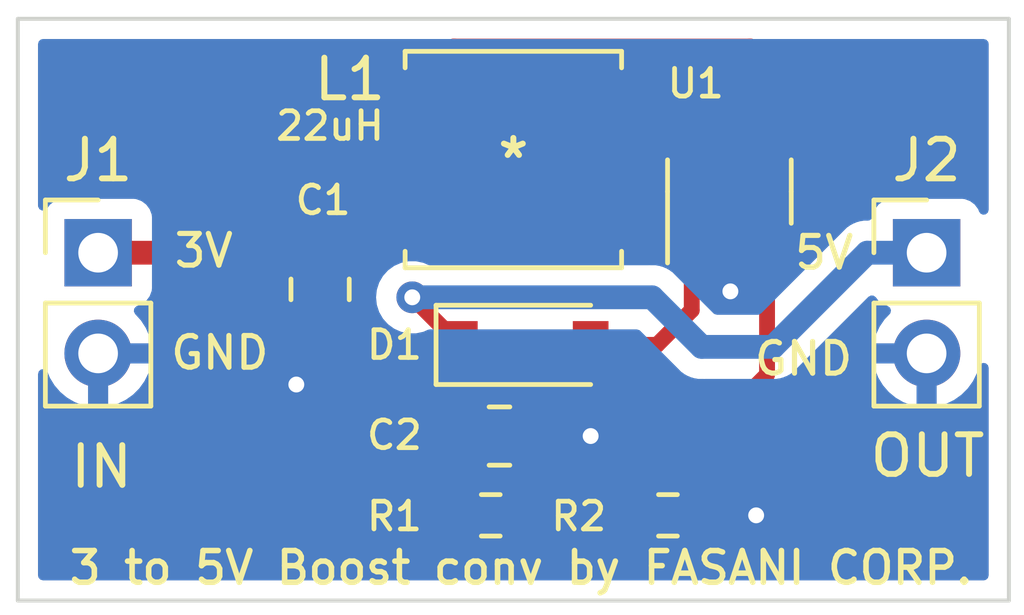
<source format=kicad_pcb>
(kicad_pcb (version 20211014) (generator pcbnew)
  (title_block (title "Small PCB to test 3.7 to 5V booster converter") (date "2022-06-08") (company "FASANI CORP."))
  (layers (0 "F.Cu" signal) (31 "B.Cu" signal) (34 "B.Paste" user) (35 "F.Paste" user) (36 "B.SilkS" user "B.Silkscreen") (37 "F.SilkS" user "F.Silkscreen") (38 "B.Mask" user) (39 "F.Mask" user) (44 "Edge.Cuts" user))
  (net 0 "")
  (net 1 "BAT+")
  (net 2 "Net-(D1-Pad2)")
  (net 3 "VBUS")
  (net 4 "Net-(R1-Pad2)")
  (net 5 "GND")
  (footprint "Capacitor_SMD:C_0805_2012Metric" (layer "F.Cu") (at 104.4 76.45)
    (fp_text reference "C2" (at -2.65 -0.025) (layer "F.SilkS") (effects (font (size 0.7 0.7) (thickness 0.12))))
    (fp_text value "22uF")
    (fp_line (start -0.261252 0.735) (end 0.261252 0.735) (layer "F.SilkS") (width 0.12))
    (fp_line (start -0.261252 -0.735) (end 0.261252 -0.735) (layer "F.SilkS") (width 0.12))
    (pad "1" smd roundrect (at -0.95 0) (size 1 1.45) (layers "F.Cu" "F.Paste" "F.Mask") (net 3 "VBUS"))
    (pad "2" smd roundrect (at 0.95 0) (size 1 1.45) (layers "F.Cu" "F.Paste" "F.Mask") (net 5 "GND"))
  )
  (footprint "Resistor_SMD:R_0603_1608Metric" (layer "F.Cu") (at 104.18 78.45)
    (fp_text reference "R1" (at -2.43 0.025) (layer "F.SilkS") (effects (font (size 0.7 0.7) (thickness 0.12))))
    (fp_text value "110K")
    (fp_line (start -0.237258 0.5225) (end 0.237258 0.5225) (layer "F.SilkS") (width 0.12))
    (fp_line (start -0.237258 -0.5225) (end 0.237258 -0.5225) (layer "F.SilkS") (width 0.12))
    (pad "1" smd roundrect (at -0.825 0) (size 0.8 0.95) (layers "F.Cu" "F.Paste" "F.Mask") (net 3 "VBUS"))
    (pad "2" smd roundrect (at 0.825 0) (size 0.8 0.95) (layers "F.Cu" "F.Paste" "F.Mask") (net 4 "Net-(R1-Pad2)"))
  )
  (footprint "Capacitor_SMD:C_0805_2012Metric" (layer "F.Cu") (at 99.875 72.75 -90)
    (fp_text reference "C1" (at -2.25 -0.075 180) (layer "F.SilkS") (effects (font (size 0.7 0.7) (thickness 0.12))))
    (fp_text value "22uF")
    (fp_line (start -0.261252 -0.735) (end 0.261252 -0.735) (layer "F.SilkS") (width 0.12))
    (fp_line (start -0.261252 0.735) (end 0.261252 0.735) (layer "F.SilkS") (width 0.12))
    (pad "1" smd roundrect (at -0.95 0 270) (size 1 1.45) (layers "F.Cu" "F.Paste" "F.Mask") (net 1 "BAT+"))
    (pad "2" smd roundrect (at 0.95 0 270) (size 1 1.45) (layers "F.Cu" "F.Paste" "F.Mask") (net 5 "GND"))
  )
  (footprint "Resistor_SMD:R_0603_1608Metric" (layer "F.Cu") (at 108.65 78.45)
    (fp_text reference "R2" (at -2.25 0.025) (layer "F.SilkS") (effects (font (size 0.7 0.7) (thickness 0.12))))
    (fp_text value "15K")
    (fp_line (start -0.237258 -0.5225) (end 0.237258 -0.5225) (layer "F.SilkS") (width 0.12))
    (fp_line (start -0.237258 0.5225) (end 0.237258 0.5225) (layer "F.SilkS") (width 0.12))
    (pad "1" smd roundrect (at -0.825 0) (size 0.8 0.95) (layers "F.Cu" "F.Paste" "F.Mask") (net 4 "Net-(R1-Pad2)"))
    (pad "2" smd roundrect (at 0.825 0) (size 0.8 0.95) (layers "F.Cu" "F.Paste" "F.Mask") (net 5 "GND"))
  )
  (footprint "Connector_PinHeader_2.54mm:PinHeader_1x02_P2.54mm_Vertical" (layer "F.Cu") (at 94.275 71.825)
    (fp_text reference "J1" (at 0 -2.33) (layer "F.SilkS"))
    (fp_text value "INPUT" hide)
    (fp_line (start -1.33 1.27) (end -1.33 3.87) (layer "F.SilkS") (width 0.12))
    (fp_line (start -1.33 3.87) (end 1.33 3.87) (layer "F.SilkS") (width 0.12))
    (fp_line (start -1.33 0) (end -1.33 -1.33) (layer "F.SilkS") (width 0.12))
    (fp_line (start -1.33 1.27) (end 1.33 1.27) (layer "F.SilkS") (width 0.12))
    (fp_line (start -1.33 -1.33) (end 0 -1.33) (layer "F.SilkS") (width 0.12))
    (fp_line (start 1.33 1.27) (end 1.33 3.87) (layer "F.SilkS") (width 0.12))
    (pad "1" thru_hole rect (at 0 0) (size 1.7 1.7) (drill 1) (layers *.Cu *.Mask) (net 1 "BAT+"))
    (pad "2" thru_hole oval (at 0 2.54) (size 1.7 1.7) (drill 1) (layers *.Cu *.Mask) (net 5 "GND"))
  )
  (footprint "Diode_SMD:D_SOD-123" (layer "F.Cu") (at 105.05 74.15)
    (fp_text reference "D1" (at -3.3 0 180) (layer "F.SilkS") (effects (font (size 0.7 0.7) (thickness 0.12))))
    (fp_text value "1N5817" hide)
    (fp_line (start -2.25 -1) (end -2.25 1) (layer "F.SilkS") (width 0.12))
    (fp_line (start -2.25 -1) (end 1.65 -1) (layer "F.SilkS") (width 0.12))
    (fp_line (start -2.25 1) (end 1.65 1) (layer "F.SilkS") (width 0.12))
    (pad "1" smd rect (at -1.65 0) (size 0.9 1.2) (layers "F.Cu" "F.Paste" "F.Mask") (net 3 "VBUS"))
    (pad "2" smd rect (at 1.65 0) (size 0.9 1.2) (layers "F.Cu" "F.Paste" "F.Mask") (net 2 "Net-(D1-Pad2)"))
  )
  (footprint "Connector_PinHeader_2.54mm:PinHeader_1x02_P2.54mm_Vertical" (layer "F.Cu") (at 115.175 71.825)
    (fp_text reference "J2" (at 0 -2.33) (layer "F.SilkS"))
    (fp_text value "OUTPUT 5V" hide)
    (fp_line (start -1.33 -1.33) (end 0 -1.33) (layer "F.SilkS") (width 0.12))
    (fp_line (start -1.33 0) (end -1.33 -1.33) (layer "F.SilkS") (width 0.12))
    (fp_line (start 1.33 1.27) (end 1.33 3.87) (layer "F.SilkS") (width 0.12))
    (fp_line (start -1.33 1.27) (end -1.33 3.87) (layer "F.SilkS") (width 0.12))
    (fp_line (start -1.33 3.87) (end 1.33 3.87) (layer "F.SilkS") (width 0.12))
    (fp_line (start -1.33 1.27) (end 1.33 1.27) (layer "F.SilkS") (width 0.12))
    (pad "1" thru_hole rect (at 0 0) (size 1.7 1.7) (drill 1) (layers *.Cu *.Mask) (net 3 "VBUS"))
    (pad "2" thru_hole oval (at 0 2.54) (size 1.7 1.7) (drill 1) (layers *.Cu *.Mask) (net 5 "GND"))
  )
  (footprint "footprint:SWPA5040S282MT" (layer "F.Cu") (at 104.75 69.475)
    (fp_text reference "L1" (at -4.125 -2.025) (layer "F.SilkS"))
    (fp_text value "22uH" (at -4.625 -0.85) (layer "F.SilkS") (effects (font (size 0.7 0.7) (thickness 0.12))))
    (fp_text user "*" (at 0 0) (layer "F.SilkS"))
    (fp_line (start 2.7305 -2.31415) (end 2.7305 -2.7305) (layer "F.SilkS") (width 0.12))
    (fp_line (start 2.7305 2.7305) (end 2.7305 2.31415) (layer "F.SilkS") (width 0.12))
    (fp_line (start -2.7305 -2.7305) (end -2.7305 -2.31415) (layer "F.SilkS") (width 0.12))
    (fp_line (start -2.7305 2.31415) (end -2.7305 2.7305) (layer "F.SilkS") (width 0.12))
    (fp_line (start -2.7305 2.7305) (end 2.7305 2.7305) (layer "F.SilkS") (width 0.12))
    (fp_line (start 2.7305 -2.7305) (end -2.7305 -2.7305) (layer "F.SilkS") (width 0.12))
    (pad "1" smd rect (at -1.97485 0) (size 1.2573 4.0132) (layers "F.Cu" "F.Paste" "F.Mask") (net 1 "BAT+"))
    (pad "2" smd rect (at 1.97485 0) (size 1.2573 4.0132) (layers "F.Cu" "F.Paste" "F.Mask") (net 2 "Net-(D1-Pad2)"))
  )
  (footprint "Package_TO_SOT_SMD:SOT-23-6" (layer "F.Cu") (at 110.2 70.2825 90)
    (fp_text reference "U1" (at 2.725 -0.85 180) (layer "F.SilkS") (effects (font (size 0.7 0.7) (thickness 0.12))))
    (fp_text value "MT3608")
    (fp_line (start 0 1.56) (end -0.8 1.56) (layer "F.SilkS") (width 0.12))
    (fp_line (start 0 -1.56) (end 0.8 -1.56) (layer "F.SilkS") (width 0.12))
    (fp_line (start 0 1.56) (end 0.8 1.56) (layer "F.SilkS") (width 0.12))
    (fp_line (start 0 -1.56) (end -1.8 -1.56) (layer "F.SilkS") (width 0.12))
    (pad "1" smd roundrect (at -1.1375 -0.95 90) (size 1.325 0.6) (layers "F.Cu" "F.Paste" "F.Mask") (net 2 "Net-(D1-Pad2)"))
    (pad "2" smd roundrect (at -1.1375 0 90) (size 1.325 0.6) (layers "F.Cu" "F.Paste" "F.Mask") (net 5 "GND"))
    (pad "3" smd roundrect (at -1.1375 0.95 90) (size 1.325 0.6) (layers "F.Cu" "F.Paste" "F.Mask") (net 4 "Net-(R1-Pad2)"))
    (pad "4" smd roundrect (at 1.1375 0.95 90) (size 1.325 0.6) (layers "F.Cu" "F.Paste" "F.Mask") (net 1 "BAT+"))
    (pad "5" smd roundrect (at 1.1375 0 90) (size 1.325 0.6) (layers "F.Cu" "F.Paste" "F.Mask") (net 1 "BAT+"))
    (pad "6" smd roundrect (at 1.1375 -0.95 90) (size 1.325 0.6) (layers "F.Cu" "F.Paste" "F.Mask"))
  )
  (gr_line (start 92.25 65.925) (end 117.25 65.925) (layer "Edge.Cuts") (width 0.1))
  (gr_line (start 117.25 80.6) (end 92.25 80.6) (layer "Edge.Cuts") (width 0.1))
  (gr_line (start 117.25 65.925) (end 117.25 80.6) (layer "Edge.Cuts") (width 0.1))
  (gr_line (start 92.25 80.6) (end 92.25 65.925) (layer "Edge.Cuts") (width 0.1))
  (gr_text "IN" (at 93.5 77.225) (layer "F.SilkS") (effects (font (size 1 1)) (justify left)))
  (gr_text "5V\n" (at 113.4 71.825) (layer "F.SilkS") (effects (font (size 0.8 0.8) (thickness 0.13)) (justify right)))
  (gr_text "OUT\n" (at 116.725 76.95) (layer "F.SilkS") (effects (font (size 1 1)) (justify right)))
  (gr_text "GND" (at 113.375 74.5) (layer "F.SilkS") (effects (font (size 0.8 0.8) (thickness 0.13)) (justify right)))
  (gr_text "GND" (at 98.65 74.35) (layer "F.SilkS") (effects (font (size 0.8 0.8) (thickness 0.13)) (justify right)))
  (gr_text "3 to 5V Boost conv by FASANI CORP." (at 104.941428 79.775) (layer "F.SilkS") (effects (font (size 0.8 0.8) (thickness 0.14))))
  (gr_text "3V" (at 97.75 71.775) (layer "F.SilkS") (effects (font (size 0.8 0.8) (thickness 0.13)) (justify right)))
  (segment (start 102.77515 67.19985) (end 102.77515 69.475) (width 0.6) (layer "F.Cu") (net 1))
  (segment (start 111.15 67.9) (end 111.15 67.15) (width 0.6) (layer "F.Cu") (net 1))
  (segment (start 103.25 66.725) (end 102.77515 67.19985) (width 0.6) (layer "F.Cu") (net 1))
  (segment (start 99.85 71.825) (end 99.875 71.8) (width 0.4) (layer "F.Cu") (net 1))
  (segment (start 99.875 70.575) (end 100.975 69.475) (width 0.6) (layer "F.Cu") (net 1))
  (segment (start 110.525 67.9) (end 110.2 68.225) (width 0.4) (layer "F.Cu") (net 1))
  (segment (start 110.725 66.725) (end 103.25 66.725) (width 0.6) (layer "F.Cu") (net 1))
  (segment (start 111.15 67.9) (end 110.525 67.9) (width 0.4) (layer "F.Cu") (net 1))
  (segment (start 99.875 71.8) (end 99.875 70.575) (width 0.6) (layer "F.Cu") (net 1))
  (segment (start 111.15 69.145) (end 111.15 67.9) (width 0.4) (layer "F.Cu") (net 1))
  (segment (start 110.2 68.225) (end 110.2 69.145) (width 0.4) (layer "F.Cu") (net 1))
  (segment (start 94.275 71.825) (end 99.85 71.825) (width 0.6) (layer "F.Cu") (net 1))
  (segment (start 100.975 69.475) (end 102.77515 69.475) (width 0.6) (layer "F.Cu") (net 1))
  (segment (start 111.15 67.15) (end 110.725 66.725) (width 0.6) (layer "F.Cu") (net 1))
  (segment (start 109.25 71.42) (end 109.25 73.275) (width 0.4) (layer "F.Cu") (net 2))
  (segment (start 107.8 69.475) (end 106.72485 69.475) (width 0.4) (layer "F.Cu") (net 2))
  (segment (start 108.375 74.15) (end 106.7 74.15) (width 0.4) (layer "F.Cu") (net 2))
  (segment (start 109.25 73.275) (end 108.375 74.15) (width 0.4) (layer "F.Cu") (net 2))
  (segment (start 109.25 70.925) (end 107.8 69.475) (width 0.4) (layer "F.Cu") (net 2))
  (segment (start 109.25 71.42) (end 109.25 70.925) (width 0.4) (layer "F.Cu") (net 2))
  (segment (start 103.4 74.15) (end 102.2 72.95) (width 0.4) (layer "F.Cu") (net 3))
  (segment (start 103.355 78.45) (end 103.355 74.195) (width 0.4) (layer "F.Cu") (net 3))
  (segment (start 103.355 74.195) (end 103.4 74.15) (width 0.4) (layer "F.Cu") (net 3))
  (via (at 102.2 72.95) (size 0.8) (drill 0.4) (layers "F.Cu" "B.Cu") (net 3))
  (segment (start 113.675 71.825) (end 115.175 71.825) (width 0.6) (layer "B.Cu") (net 3))
  (segment (start 108.25 72.95) (end 109.5 74.2) (width 0.6) (layer "B.Cu") (net 3))
  (segment (start 109.5 74.2) (end 111.3 74.2) (width 0.6) (layer "B.Cu") (net 3))
  (segment (start 102.2 72.95) (end 108.25 72.95) (width 0.6) (layer "B.Cu") (net 3))
  (segment (start 111.3 74.2) (end 113.675 71.825) (width 0.6) (layer "B.Cu") (net 3))
  (segment (start 111.15 74.9) (end 109.55 76.5) (width 0.4) (layer "F.Cu") (net 4))
  (segment (start 111.15 71.42) (end 111.15 74.9) (width 0.4) (layer "F.Cu") (net 4))
  (segment (start 105.005 78.45) (end 107.825 78.45) (width 0.4) (layer "F.Cu") (net 4))
  (segment (start 108.15 76.5) (end 107.825 76.825) (width 0.4) (layer "F.Cu") (net 4))
  (segment (start 107.825 76.825) (end 107.825 78.45) (width 0.4) (layer "F.Cu") (net 4))
  (segment (start 109.55 76.5) (end 108.15 76.5) (width 0.4) (layer "F.Cu") (net 4))
  (segment (start 109.475 78.45) (end 110.875 78.45) (width 0.25) (layer "F.Cu") (net 5))
  (segment (start 99.25 73.95) (end 99.25 75.125) (width 0.25) (layer "F.Cu") (net 5))
  (segment (start 110.2 71.42) (end 110.2 72.775) (width 0.4) (layer "F.Cu") (net 5))
  (segment (start 105.35 76.45) (end 106.7 76.45) (width 0.25) (layer "F.Cu") (net 5))
  (segment (start 110.2 72.775) (end 110.225 72.8) (width 0.4) (layer "F.Cu") (net 5))
  (via (at 110.225 72.8) (size 0.8) (drill 0.4) (layers "F.Cu" "B.Cu") (net 5))
  (via (at 106.7 76.45) (size 0.8) (drill 0.4) (layers "F.Cu" "B.Cu") (net 5))
  (via (at 99.275 75.15) (size 0.8) (drill 0.4) (layers "F.Cu" "B.Cu") (net 5))
  (via (at 110.875 78.45) (size 0.8) (drill 0.4) (layers "F.Cu" "B.Cu") (net 5))
  (zone (net 5) (net_name "GND") (layer "B.Cu") (connect_pads (clearance 0.508)) (min_thickness 0.254) (fill yes (thermal_gap 0.508) (thermal_bridge_width 0.508))
    (polygon (pts (xy 91.85 65.525) (xy 117.65 65.525) (xy 117.65 80.975) (xy 91.85 80.975) (xy 91.85 65.525) (xy 91.8 65.525) (xy 91.8 65.5) (xy 91.85 65.45)))
  )
)
</source>
